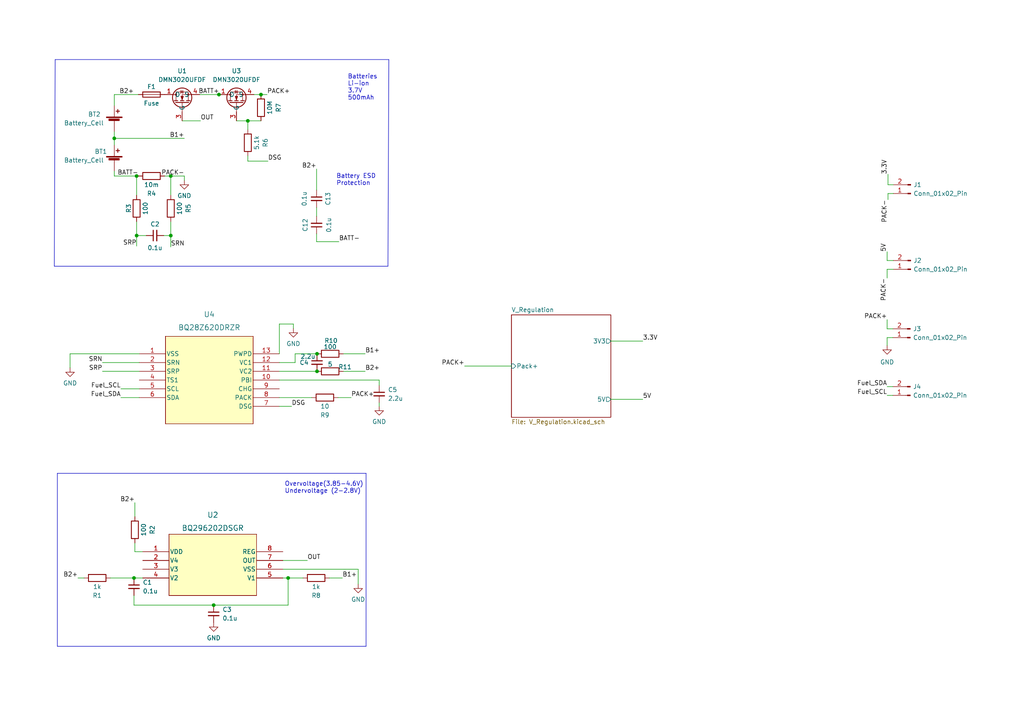
<source format=kicad_sch>
(kicad_sch (version 20230121) (generator eeschema)
  (paper "A4")
  (lib_symbols
    (symbol "Connector:Conn_01x02_Pin" (pin_names (offset 1.016) hide)
      (property "Reference" "J" (at 0 2.54 0))
      (property "Value" "Conn_01x02_Pin" (at 0 -5.08 0))
      (symbol "Conn_01x02_Pin_1_1"
        (polyline (pts (xy 1.27 -2.54) (xy 0.8636 -2.54)) (stroke (width 0.1524)))
        (polyline (pts (xy 1.27 0) (xy 0.8636 0)) (stroke (width 0.1524)))
        (rectangle (start 0.8636 -2.413) (end 0 -2.667) (stroke (width 0.1524)) (fill (type outline)))
        (rectangle (start 0.8636 0.127) (end 0 -0.127) (stroke (width 0.1524)) (fill (type outline)))
        (pin passive line (at 5.08 0 180) (length 3.81) (name "Pin_1") (number "1"))
        (pin passive line (at 5.08 -2.54 180) (length 3.81) (name "Pin_2") (number "2"))
      )
    )
    (symbol "Device:Battery_Cell" (pin_numbers hide) (pin_names (offset 0) hide)
      (property "Reference" "BT" (at 2.54 2.54 0))
      (property "Value" "Battery_Cell" (at 2.54 0 0))
      (symbol "Battery_Cell_0_1"
        (rectangle (start -2.286 1.778) (end 2.286 1.524) (fill (type outline)))
        (rectangle (start -1.5748 1.1938) (end 1.4732 0.6858) (fill (type outline)))
        (polyline (pts (xy 0 0.762) (xy 0 0)))
        (polyline (pts (xy 0 1.778) (xy 0 2.54)))
        (polyline (pts (xy 0.508 3.429) (xy 1.524 3.429)) (stroke (width 0.254)))
        (polyline (pts (xy 1.016 3.937) (xy 1.016 2.921)) (stroke (width 0.254)))
      )
      (symbol "Battery_Cell_1_1"
        (pin passive line (at 0 5.08 270) (length 2.54) (name "+") (number "1"))
        (pin passive line (at 0 -2.54 90) (length 2.54) (name "-") (number "2"))
      )
    )
    (symbol "Device:C_Small" (pin_numbers hide) (pin_names (offset 0.254) hide)
      (property "Reference" "C" (at 0.254 1.778 0))
      (property "Value" "C_Small" (at 0.254 -2.032 0))
      (symbol "C_Small_0_1"
        (polyline (pts (xy -1.524 -0.508) (xy 1.524 -0.508)) (stroke (width 0.3302)))
        (polyline (pts (xy -1.524 0.508) (xy 1.524 0.508)) (stroke (width 0.3048)))
      )
      (symbol "C_Small_1_1"
        (pin passive line (at 0 2.54 270) (length 2.032) (name "~") (number "1"))
        (pin passive line (at 0 -2.54 90) (length 2.032) (name "~") (number "2"))
      )
    )
    (symbol "Device:Fuse" (pin_numbers hide) (pin_names (offset 0))
      (property "Reference" "F" (at 2.032 0 90))
      (property "Value" "Fuse" (at -1.905 0 90))
      (symbol "Fuse_0_1"
        (rectangle (start -0.762 -2.54) (end 0.762 2.54) (stroke (width 0.254)))
        (polyline (pts (xy 0 2.54) (xy 0 -2.54)))
      )
      (symbol "Fuse_1_1"
        (pin passive line (at 0 3.81 270) (length 1.27) (name "~") (number "1"))
        (pin passive line (at 0 -3.81 90) (length 1.27) (name "~") (number "2"))
      )
    )
    (symbol "Device:R" (pin_numbers hide) (pin_names (offset 0))
      (property "Reference" "R" (at 2.032 0 90))
      (property "Value" "R" (at 0 0 90))
      (symbol "R_0_1"
        (rectangle (start -1.016 -2.54) (end 1.016 2.54) (stroke (width 0.254)))
      )
      (symbol "R_1_1"
        (pin passive line (at 0 3.81 270) (length 1.27) (name "~") (number "1"))
        (pin passive line (at 0 -3.81 90) (length 1.27) (name "~") (number "2"))
      )
    )
    (symbol "PPJA138K_1"
      (property "Reference" "U" (at 0 12.7 0))
      (property "Value" "PPJA138K" (at 0 15.24 0))
      (symbol "PPJA138K_1_0_1"
        (polyline (pts (xy -1.27 0) (xy -4.064 0)))
        (polyline (pts (xy -1.27 1.905) (xy -1.27 -1.905)) (stroke (width 0.254)))
        (polyline (pts (xy -0.762 -1.27) (xy -0.762 -2.286)) (stroke (width 0.254)))
        (polyline (pts (xy -0.762 0.508) (xy -0.762 -0.508)) (stroke (width 0.254)))
        (polyline (pts (xy -0.762 2.286) (xy -0.762 1.27)) (stroke (width 0.254)))
        (polyline (pts (xy 1.016 2.54) (xy 1.016 1.778)))
        (polyline (pts (xy 1.016 -2.54) (xy 1.016 0) (xy -0.762 0)))
        (polyline (pts (xy -0.762 -1.778) (xy 1.778 -1.778) (xy 1.778 1.778) (xy -0.762 1.778)))
        (polyline (pts (xy -0.508 0) (xy 0.508 0.381) (xy 0.508 -0.381) (xy -0.508 0)) (fill (type outline)))
        (polyline (pts (xy 1.27 0.508) (xy 1.397 0.381) (xy 2.159 0.381) (xy 2.286 0.254)))
        (polyline (pts (xy 1.778 0.381) (xy 1.397 -0.254) (xy 2.159 -0.254) (xy 1.778 0.381)))
        (circle (center 0.127 0) (radius 2.794) (stroke (width 0.254)))
        (circle (center 1.016 -1.778) (radius 0.254) (fill (type outline)))
        (circle (center 1.016 1.778) (radius 0.254) (fill (type outline)))
      )
      (symbol "PPJA138K_1_1_1"
        (pin passive line (at 1.016 5.08 270) (length 2.54) (name "D") (number "1"))
        (pin input line (at -6.604 0 0) (length 2.54) (name "G") (number "3"))
        (pin passive line (at 1.016 -5.08 90) (length 2.54) (name "S") (number "4"))
      )
    )
    (symbol "SmallSat-Peripherals-Board:BQ28Z620DRZR" (pin_names (offset 0.254))
      (property "Reference" "U" (at 20.32 10.16 0))
      (property "Value" "BQ28Z620DRZR" (at 20.32 7.62 0))
      (symbol "BQ28Z620DRZR_0_1"
        (polyline (pts (xy 7.62 5.08) (xy 7.62 -20.32)) (stroke (width 0.127)))
        (polyline (pts (xy 33.02 -20.32) (xy 33.02 5.08)) (stroke (width 0.127)))
        (polyline (pts (xy 33.02 5.08) (xy 7.62 5.08)) (stroke (width 0.127)))
        (pin power_in line (at 0 0 0) (length 7.62) (name "VSS") (number "1"))
        (pin power_in line (at 40.64 -7.62 180) (length 7.62) (name "PBI") (number "10"))
        (pin input line (at 40.64 -5.08 180) (length 7.62) (name "VC2") (number "11"))
        (pin input line (at 40.64 -2.54 180) (length 7.62) (name "VC1") (number "12"))
        (pin power_out line (at 40.64 0 180) (length 7.62) (name "PWPD") (number "13"))
        (pin input line (at 0 -2.54 0) (length 7.62) (name "SRN") (number "2"))
        (pin input line (at 0 -5.08 0) (length 7.62) (name "SRP") (number "3"))
        (pin input line (at 0 -7.62 0) (length 7.62) (name "TS1") (number "4"))
        (pin bidirectional line (at 0 -10.16 0) (length 7.62) (name "SCL") (number "5"))
        (pin bidirectional line (at 0 -12.7 0) (length 7.62) (name "SDA") (number "6"))
        (pin output line (at 40.64 -15.24 180) (length 7.62) (name "DSG") (number "7"))
        (pin input line (at 40.64 -12.7 180) (length 7.62) (name "PACK") (number "8"))
        (pin output line (at 40.64 -10.16 180) (length 7.62) (name "CHG") (number "9"))
      )
      (symbol "BQ28Z620DRZR_1_1"
        (rectangle (start 7.62 5.08) (end 33.02 -20.32) (fill (type background)))
      )
    )
    (symbol "SmallSat-Peripherals-Board:BQ296202DSGR" (pin_names (offset 0.254))
      (property "Reference" "U" (at -1.524 13.208 0))
      (property "Value" "BQ296202DSGR" (at -1.524 10.668 0))
      (symbol "BQ296202DSGR_0_1"
        (polyline (pts (xy -14.224 -9.652) (xy 11.176 -9.652)) (stroke (width 0.127)))
        (polyline (pts (xy -14.224 8.128) (xy -14.224 -9.652)) (stroke (width 0.127)))
        (polyline (pts (xy 11.176 8.128) (xy -14.224 8.128)) (stroke (width 0.127)))
        (pin power_in line (at -21.844 3.048 0) (length 7.62) (name "VDD") (number "1"))
        (pin input line (at -21.844 0.508 0) (length 7.62) (name "V4") (number "2"))
        (pin input line (at -21.844 -2.032 0) (length 7.62) (name "V3") (number "3"))
        (pin input line (at -21.844 -4.572 0) (length 7.62) (name "V2") (number "4"))
        (pin input line (at 18.796 -4.572 180) (length 7.62) (name "V1") (number "5"))
        (pin power_in line (at 18.796 -2.032 180) (length 7.62) (name "VSS") (number "6"))
        (pin output line (at 18.796 0.508 180) (length 7.62) (name "OUT") (number "7"))
        (pin output line (at 18.796 3.048 180) (length 7.62) (name "REG") (number "8"))
      )
      (symbol "BQ296202DSGR_1_1"
        (rectangle (start -14.224 8.128) (end 11.176 -9.652) (fill (type background)))
      )
    )
    (symbol "SmallSat-Peripherals-Board:PPJA138K"
      (property "Reference" "U" (at 0 12.7 0))
      (property "Value" "PPJA138K" (at 0 15.24 0))
      (symbol "PPJA138K_0_1"
        (polyline (pts (xy -1.27 0) (xy -4.064 0)))
        (polyline (pts (xy -1.27 1.905) (xy -1.27 -1.905)) (stroke (width 0.254)))
        (polyline (pts (xy -0.762 -1.27) (xy -0.762 -2.286)) (stroke (width 0.254)))
        (polyline (pts (xy -0.762 0.508) (xy -0.762 -0.508)) (stroke (width 0.254)))
        (polyline (pts (xy -0.762 2.286) (xy -0.762 1.27)) (stroke (width 0.254)))
        (polyline (pts (xy 1.016 2.54) (xy 1.016 1.778)))
        (polyline (pts (xy 1.016 -2.54) (xy 1.016 0) (xy -0.762 0)))
        (polyline (pts (xy -0.762 -1.778) (xy 1.778 -1.778) (xy 1.778 1.778) (xy -0.762 1.778)))
        (polyline (pts (xy -0.508 0) (xy 0.508 0.381) (xy 0.508 -0.381) (xy -0.508 0)) (fill (type outline)))
        (polyline (pts (xy 1.27 0.508) (xy 1.397 0.381) (xy 2.159 0.381) (xy 2.286 0.254)))
        (polyline (pts (xy 1.778 0.381) (xy 1.397 -0.254) (xy 2.159 -0.254) (xy 1.778 0.381)))
        (circle (center 0.127 0) (radius 2.794) (stroke (width 0.254)))
        (circle (center 1.016 -1.778) (radius 0.254) (fill (type outline)))
        (circle (center 1.016 1.778) (radius 0.254) (fill (type outline)))
      )
      (symbol "PPJA138K_1_1"
        (pin passive line (at 1.016 5.08 270) (length 2.54) (name "D") (number "1"))
        (pin input line (at -6.604 0 0) (length 2.54) (name "G") (number "3"))
        (pin passive line (at 1.016 -5.08 90) (length 2.54) (name "S") (number "4"))
      )
    )
    (symbol "power:GND" (power) (pin_names (offset 0))
      (property "Value" "GND" (at 0 -3.81 0))
      (symbol "GND_0_1"
        (polyline (pts (xy 0 0) (xy 0 -1.27) (xy 1.27 -1.27) (xy 0 -2.54) (xy -1.27 -1.27) (xy 0 -1.27)))
      )
      (symbol "GND_1_1"
        (pin power_in line (at 0 0 270) (length 0) hide (name "GND") (number "1"))
      )
    )
  )
  (junction (at 63.5 27.432))
  (junction (at 83.566 167.64))
  (junction (at 91.948 102.616))
  (junction (at 39.624 51.054))
  (junction (at 71.882 35.052))
  (junction (at 39.624 68.326))
  (junction (at 75.692 27.432))
  (junction (at 61.976 175.514))
  (junction (at 91.948 107.696))
  (junction (at 49.53 68.326))
  (junction (at 33.147 40.132))
  (junction (at 49.53 51.054))
  (junction (at 38.862 167.64))
  (wire (pts (xy 75.692 27.432) (xy 77.47 27.432)))
  (wire (pts (xy 20.32 102.616) (xy 20.32 106.68)))
  (wire (pts (xy 91.821 49.022) (xy 91.821 55.118)))
  (wire (pts (xy 259.08 75.565) (xy 257.302 75.565)))
  (wire (pts (xy 35.052 112.776) (xy 40.386 112.776)))
  (wire (pts (xy 81.026 117.856) (xy 84.582 117.856)))
  (wire (pts (xy 81.026 115.316) (xy 90.424 115.316)))
  (wire (pts (xy 258.953 95.377) (xy 257.302 95.377)))
  (wire (pts (xy 39.624 68.326) (xy 42.418 68.326)))
  (wire (pts (xy 257.302 78.105) (xy 257.302 80.645)))
  (polyline (pts (xy 16.637 187.452) (xy 16.637 137.287)))
  (wire (pts (xy 81.026 105.156) (xy 85.598 105.156)))
  (polyline (pts (xy 112.522 77.216) (xy 15.748 77.216)))
  (wire (pts (xy 85.598 102.616) (xy 91.948 102.616)))
  (wire (pts (xy 81.026 93.98) (xy 85.09 93.98)))
  (wire (pts (xy 258.953 112.141) (xy 257.302 112.141)))
  (wire (pts (xy 82.042 165.1) (xy 103.886 165.1)))
  (polyline (pts (xy 106.172 187.452) (xy 16.637 187.452)))
  (wire (pts (xy 258.953 114.681) (xy 257.302 114.681)))
  (wire (pts (xy 33.147 38.227) (xy 33.147 40.132)))
  (wire (pts (xy 81.026 107.696) (xy 91.948 107.696)))
  (wire (pts (xy 95.504 167.64) (xy 99.314 167.64)))
  (wire (pts (xy 53.467 51.054) (xy 53.467 52.324)))
  (wire (pts (xy 33.147 27.432) (xy 40.132 27.432)))
  (wire (pts (xy 41.402 160.02) (xy 39.116 160.02)))
  (wire (pts (xy 39.624 51.054) (xy 39.624 56.642)))
  (wire (pts (xy 40.386 102.616) (xy 20.32 102.616)))
  (wire (pts (xy 91.821 67.818) (xy 91.821 70.104)))
  (wire (pts (xy 38.862 172.72) (xy 38.862 175.514)))
  (wire (pts (xy 33.147 49.657) (xy 33.147 51.054)))
  (wire (pts (xy 83.566 167.64) (xy 87.884 167.64)))
  (wire (pts (xy 29.718 105.156) (xy 40.386 105.156)))
  (wire (pts (xy 49.53 68.326) (xy 49.53 64.262)))
  (wire (pts (xy 40.386 107.696) (xy 29.718 107.696)))
  (wire (pts (xy 49.53 51.054) (xy 53.467 51.054)))
  (wire (pts (xy 61.976 175.514) (xy 83.566 175.514)))
  (wire (pts (xy 71.882 46.736) (xy 77.724 46.736)))
  (wire (pts (xy 39.624 64.262) (xy 39.624 68.326)))
  (polyline (pts (xy 112.776 17.272) (xy 112.522 77.216)))
  (wire (pts (xy 49.53 51.054) (xy 49.53 56.642)))
  (wire (pts (xy 35.052 115.316) (xy 40.386 115.316)))
  (wire (pts (xy 109.982 110.236) (xy 109.982 111.76)))
  (wire (pts (xy 39.116 160.02) (xy 39.116 157.48)))
  (wire (pts (xy 83.566 167.64) (xy 83.566 175.514)))
  (wire (pts (xy 257.302 97.917) (xy 257.302 100.203)))
  (polyline (pts (xy 16.002 17.272) (xy 112.776 17.272)))
  (wire (pts (xy 85.09 93.98) (xy 85.09 95.25)))
  (wire (pts (xy 73.66 27.432) (xy 75.692 27.432)))
  (wire (pts (xy 134.747 106.172) (xy 148.336 106.172)))
  (wire (pts (xy 103.886 165.1) (xy 103.886 169.418)))
  (wire (pts (xy 82.042 162.56) (xy 89.154 162.56)))
  (polyline (pts (xy 106.172 137.287) (xy 106.172 187.452)))
  (wire (pts (xy 109.982 116.84) (xy 109.982 117.856)))
  (wire (pts (xy 81.026 110.236) (xy 109.982 110.236)))
  (wire (pts (xy 82.042 167.64) (xy 83.566 167.64)))
  (wire (pts (xy 259.08 56.134) (xy 257.556 56.134)))
  (wire (pts (xy 259.08 78.105) (xy 257.302 78.105)))
  (wire (pts (xy 39.116 145.796) (xy 39.116 149.86)))
  (wire (pts (xy 33.147 40.132) (xy 53.467 40.132)))
  (polyline (pts (xy 16.637 137.287) (xy 106.172 137.287)))
  (wire (pts (xy 81.026 102.616) (xy 81.026 93.98)))
  (wire (pts (xy 63.5 27.432) (xy 63.627 27.432)))
  (wire (pts (xy 52.832 35.052) (xy 58.166 35.052)))
  (wire (pts (xy 32.004 167.64) (xy 38.862 167.64)))
  (wire (pts (xy 98.044 115.316) (xy 101.854 115.316)))
  (wire (pts (xy 85.598 105.156) (xy 85.598 102.616)))
  (wire (pts (xy 258.953 97.917) (xy 257.302 97.917)))
  (wire (pts (xy 38.862 175.514) (xy 61.976 175.514)))
  (wire (pts (xy 47.752 51.054) (xy 49.53 51.054)))
  (wire (pts (xy 38.862 167.64) (xy 41.402 167.64)))
  (polyline (pts (xy 16.002 17.272) (xy 15.748 77.216)))
  (wire (pts (xy 257.302 95.377) (xy 257.302 92.71)))
  (wire (pts (xy 257.302 75.565) (xy 257.302 73.025)))
  (wire (pts (xy 91.821 60.198) (xy 91.821 62.738)))
  (wire (pts (xy 177.165 115.824) (xy 186.436 115.824)))
  (wire (pts (xy 49.53 68.326) (xy 49.53 71.628)))
  (wire (pts (xy 68.58 35.052) (xy 71.882 35.052)))
  (wire (pts (xy 39.624 51.054) (xy 40.132 51.054)))
  (wire (pts (xy 33.147 51.054) (xy 39.624 51.054)))
  (wire (pts (xy 91.821 70.104) (xy 98.298 70.104)))
  (wire (pts (xy 71.882 45.212) (xy 71.882 46.736)))
  (wire (pts (xy 257.556 56.134) (xy 257.556 57.912)))
  (wire (pts (xy 99.568 107.696) (xy 105.918 107.696)))
  (wire (pts (xy 33.147 40.132) (xy 33.147 42.037)))
  (wire (pts (xy 71.882 35.052) (xy 71.882 37.592)))
  (wire (pts (xy 39.624 68.326) (xy 39.624 71.374)))
  (wire (pts (xy 99.568 102.616) (xy 105.918 102.616)))
  (wire (pts (xy 257.556 50.546) (xy 257.556 53.594)))
  (wire (pts (xy 71.882 35.052) (xy 75.692 35.052)))
  (wire (pts (xy 257.556 53.594) (xy 259.08 53.594)))
  (wire (pts (xy 57.912 27.432) (xy 63.5 27.432)))
  (wire (pts (xy 33.147 30.607) (xy 33.147 27.432)))
  (wire (pts (xy 22.606 167.64) (xy 24.384 167.64)))
  (wire (pts (xy 177.165 98.933) (xy 186.436 98.933)))
  (wire (pts (xy 47.498 68.326) (xy 49.53 68.326)))
  (text "Battery ESD\nProtection" (at 97.536 53.975 0) (effects (font (size 1.27 1.27)) (justify left bottom)))
  (text "Batteries\nLi-ion\n3.7V\n500mAh" (at 100.838 29.21 0) (effects (font (size 1.27 1.27)) (justify left bottom)))
  (text "Overvoltage(3.85-4.6V)\nUndervoltage (2-2.8V)" (at 82.55 143.256 0) (effects (font (size 1.27 1.27)) (justify left bottom)))
  (label "SRP" (at 29.718 107.696 180))
  (label "PACK+" (at 134.747 106.172 180))
  (label "SRP" (at 39.624 71.374 180))
  (label "Fuel_SCL" (at 35.052 112.776 180))
  (label "B1+" (at 99.314 167.64 0))
  (label "DSG" (at 84.582 117.856 0))
  (label "SRN" (at 49.53 71.628 0))
  (label "Fuel_SDA" (at 257.302 112.141 180))
  (label "PACK+" (at 257.302 92.71 180))
  (label "B1+" (at 53.467 40.132 180))
  (label "PACK+" (at 101.854 115.316 0))
  (label "B2+" (at 91.821 49.022 180))
  (label "B2+" (at 38.862 27.432 180))
  (label "Fuel_SCL" (at 257.302 114.681 180))
  (label "B2+" (at 39.116 145.796 180))
  (label "DSG" (at 77.724 46.736 0))
  (label "B1+" (at 105.918 102.616 0))
  (label "PACK-" (at 257.302 80.645 270))
  (label "OUT" (at 58.166 35.052 0))
  (label "BATT-" (at 98.298 70.104 0))
  (label "BATT+" (at 63.627 27.432 180))
  (label "B2+" (at 22.606 167.64 180))
  (label "PACK+" (at 77.47 27.432 0))
  (label "3.3V" (at 257.556 50.546 90))
  (label "PACK-" (at 257.556 57.912 270))
  (label "5V" (at 257.302 73.025 90))
  (label "3.3V" (at 186.436 98.933 0))
  (label "BATT-" (at 40.132 51.054 180))
  (label "PACK-" (at 53.467 51.054 180))
  (label "OUT" (at 89.154 162.56 0))
  (label "Fuel_SDA" (at 35.052 115.316 180))
  (label "5V" (at 186.436 115.824 0))
  (label "B2+" (at 105.918 107.696 0))
  (label "SRN" (at 29.718 105.156 180))
  (symbol (lib_id "Device:R") (at 39.624 60.452 180) (unit 1)
    (property "Reference" "R3" (at 37.338 60.452 90))
    (property "Value" "100" (at 42.164 60.452 90))
    (property "Footprint" "Resistor_SMD:R_1206_3216Metric" (effects hide))
  )
  (symbol (lib_id "Device:C_Small") (at 91.821 57.658 0) (unit 1)
    (property "Reference" "C13" (at 95.123 57.658 90))
    (property "Value" "0.1u" (at 88.265 57.658 90))
    (property "Footprint" "Capacitor_SMD:C_1206_3216Metric" (effects hide))
  )
  (symbol (lib_id "Device:R") (at 28.194 167.64 90) (unit 1)
    (property "Reference" "R1" (at 28.194 172.72 90))
    (property "Value" "1k" (at 28.194 170.18 90))
    (property "Footprint" "Resistor_SMD:R_1206_3216Metric" (effects hide))
  )
  (symbol (lib_id "Device:C_Small") (at 44.958 68.326 90) (unit 1)
    (property "Reference" "C2" (at 44.958 65.024 90))
    (property "Value" "0.1u" (at 44.958 71.882 90))
    (property "Footprint" "Capacitor_SMD:C_1206_3216Metric" (effects hide))
  )
  (symbol (lib_id "Device:R") (at 95.758 107.696 90) (unit 1)
    (property "Reference" "R11" (at 100.076 106.426 90))
    (property "Value" "5" (at 95.758 105.664 90))
    (property "Footprint" "Resistor_SMD:R_1206_3216Metric" (effects hide))
  )
  (symbol (lib_id "Device:Fuse") (at 43.942 27.432 90) (unit 1)
    (property "Reference" "F1" (at 43.942 25.146 90))
    (property "Value" "Fuse" (at 43.942 29.972 90))
    (property "Footprint" "Fuse:Fuse_1206_3216Metric" (effects hide))
  )
  (symbol (lib_id "Device:R") (at 91.694 167.64 90) (unit 1)
    (property "Reference" "R8" (at 91.694 172.72 90))
    (property "Value" "1k" (at 91.694 170.18 90))
    (property "Footprint" "Resistor_SMD:R_1206_3216Metric" (effects hide))
  )
  (symbol (lib_id "power:GND") (at 61.976 180.594 0) (unit 1)
    (property "Reference" "#PWR02" (effects hide))
    (property "Value" "GND" (at 61.976 185.039 0))
  )
  (symbol (lib_id "power:GND") (at 257.302 100.203 0) (unit 1)
    (property "Reference" "#PWR019" (effects hide))
    (property "Value" "GND" (at 257.302 105.029 0))
  )
  (symbol (lib_id "power:GND") (at 20.32 106.68 0) (unit 1)
    (property "Reference" "#PWR03" (effects hide))
    (property "Value" "GND" (at 20.32 111.125 0))
  )
  (symbol (lib_id "Device:R") (at 49.53 60.452 180) (unit 1)
    (property "Reference" "R5" (at 54.61 60.452 90))
    (property "Value" "100" (at 52.07 60.452 90))
    (property "Footprint" "Resistor_SMD:R_1206_3216Metric" (effects hide))
  )
  (symbol (lib_name "PPJA138K_1") (lib_id "SmallSat-Peripherals-Board:PPJA138K") (at 52.832 28.448 90) (unit 1)
    (property "Reference" "U1" (at 52.832 20.574 90))
    (property "Value" "DMN3020UFDF" (at 52.832 23.114 90))
    (property "Footprint" "Package_DFN_QFN:DFN-6-1EP_2x2mm_P0.5mm_EP0.6x1.37mm" (effects hide))
    (property "Datasheet" "https://www.diodes.com/assets/Datasheets/DMN3020UFDF.pdf" (effects hide))
  )
  (symbol (lib_id "Device:R") (at 94.234 115.316 90) (unit 1)
    (property "Reference" "R9" (at 94.234 120.396 90))
    (property "Value" "10" (at 94.234 117.856 90))
    (property "Footprint" "Resistor_SMD:R_1206_3216Metric" (effects hide))
  )
  (symbol (lib_id "SmallSat-Peripherals-Board:BQ28Z620DRZR") (at 40.386 102.616 0) (unit 1)
    (property "Reference" "U4" (at 60.706 91.186 0) (effects (font (size 1.524 1.524))))
    (property "Value" "BQ28Z620DRZR" (at 60.706 94.996 0) (effects (font (size 1.524 1.524))))
    (property "Footprint" "PowerBoardLibrary:VSON12_DRZ_TEX" (effects hide))
    (property "Datasheet" "https://www.ti.com/lit/ds/symlink/bq28z620.pdf?ts=1707609817811" (effects hide))
  )
  (symbol (lib_id "Device:R") (at 71.882 41.402 180) (unit 1)
    (property "Reference" "R6" (at 76.962 41.402 90))
    (property "Value" "5.1k" (at 74.422 41.402 90))
    (property "Footprint" "Resistor_SMD:R_1206_3216Metric" (effects hide))
  )
  (symbol (lib_id "SmallSat-Peripherals-Board:PPJA138K") (at 68.58 28.448 90) (unit 1)
    (property "Reference" "U3" (at 68.58 20.574 90))
    (property "Value" "DMN3020UFDF" (at 68.58 23.114 90))
    (property "Footprint" "Package_DFN_QFN:DFN-6-1EP_2x2mm_P0.5mm_EP0.6x1.37mm" (effects hide))
    (property "Datasheet" "https://www.diodes.com/assets/Datasheets/DMN3020UFDF.pdf" (effects hide))
  )
  (symbol (lib_id "Device:R") (at 39.116 153.67 180) (unit 1)
    (property "Reference" "R2" (at 44.196 153.67 90))
    (property "Value" "100" (at 41.656 153.67 90))
    (property "Footprint" "Resistor_SMD:R_1206_3216Metric" (effects hide))
  )
  (symbol (lib_id "Connector:Conn_01x02_Pin") (at 264.16 56.134 180) (unit 1)
    (property "Reference" "J1" (at 264.922 53.594 0) (effects (justify right)))
    (property "Value" "Conn_01x02_Pin" (at 264.922 56.134 0) (effects (justify right)))
    (property "Footprint" "Connector_PinSocket_1.00mm:PinSocket_1x02_P1.00mm_Vertical" (effects hide))
  )
  (symbol (lib_id "Device:C_Small") (at 38.862 170.18 0) (unit 1)
    (property "Reference" "C1" (at 41.402 168.9162 0) (effects (justify left)))
    (property "Value" "0.1u" (at 41.402 171.4562 0) (effects (justify left)))
    (property "Footprint" "Capacitor_SMD:C_1206_3216Metric" (effects hide))
  )
  (symbol (lib_id "SmallSat-Peripherals-Board:BQ296202DSGR") (at 63.246 163.068 0) (unit 1)
    (property "Reference" "U2" (at 61.722 149.352 0) (effects (font (size 1.524 1.524))))
    (property "Value" "BQ296202DSGR" (at 61.722 153.162 0) (effects (font (size 1.524 1.524))))
    (property "Footprint" "PowerBoardLibrary:DSG8_TEX" (effects hide))
    (property "Datasheet" "https://www.ti.com/lit/ds/symlink/bq2962.pdf?ts=1707650538218&ref_url=https%253A%252F%252Fwww.mouser.de%252F" (effects hide))
  )
  (symbol (lib_id "Device:C_Small") (at 61.976 178.054 0) (unit 1)
    (property "Reference" "C3" (at 64.516 176.7902 0) (effects (justify left)))
    (property "Value" "0.1u" (at 64.516 179.3302 0) (effects (justify left)))
    (property "Footprint" "Capacitor_SMD:C_1206_3216Metric" (effects hide))
  )
  (symbol (lib_id "Device:C_Small") (at 109.982 114.3 0) (unit 1)
    (property "Reference" "C5" (at 112.522 113.0362 0) (effects (justify left)))
    (property "Value" "2.2u" (at 112.522 115.5762 0) (effects (justify left)))
    (property "Footprint" "Capacitor_SMD:C_1206_3216Metric" (effects hide))
  )
  (symbol (lib_id "Connector:Conn_01x02_Pin") (at 264.033 114.681 180) (unit 1)
    (property "Reference" "J4" (at 264.795 112.141 0) (effects (justify right)))
    (property "Value" "Conn_01x02_Pin" (at 264.795 114.681 0) (effects (justify right)))
    (property "Footprint" "Connector_PinSocket_1.00mm:PinSocket_1x02_P1.00mm_Vertical" (effects hide))
  )
  (symbol (lib_id "power:GND") (at 85.09 95.25 0) (unit 1)
    (property "Reference" "#PWR05" (effects hide))
    (property "Value" "GND" (at 85.09 99.695 0))
  )
  (symbol (lib_id "power:GND") (at 53.467 52.324 0) (unit 1)
    (property "Reference" "#PWR01" (effects hide))
    (property "Value" "GND" (at 53.467 56.769 0))
  )
  (symbol (lib_id "Device:R") (at 43.942 51.054 90) (unit 1)
    (property "Reference" "R4" (at 43.942 56.134 90))
    (property "Value" "10m" (at 43.942 53.594 90))
    (property "Footprint" "Resistor_SMD:R_1206_3216Metric" (effects hide))
  )
  (symbol (lib_id "power:GND") (at 103.886 169.418 0) (unit 1)
    (property "Reference" "#PWR04" (effects hide))
    (property "Value" "GND" (at 103.886 173.863 0))
  )
  (symbol (lib_id "Connector:Conn_01x02_Pin") (at 264.16 78.105 180) (unit 1)
    (property "Reference" "J2" (at 264.922 75.565 0) (effects (justify right)))
    (property "Value" "Conn_01x02_Pin" (at 264.922 78.105 0) (effects (justify right)))
    (property "Footprint" "Connector_PinSocket_1.00mm:PinSocket_1x02_P1.00mm_Vertical" (effects hide))
  )
  (symbol (lib_id "Device:C_Small") (at 91.948 105.156 0) (unit 1)
    (property "Reference" "C4" (at 86.868 105.156 0) (effects (justify left)))
    (property "Value" "2.2u" (at 87.122 103.378 0) (effects (justify left)))
    (property "Footprint" "Capacitor_SMD:C_1206_3216Metric" (effects hide))
  )
  (symbol (lib_id "Device:R") (at 75.692 31.242 180) (unit 1)
    (property "Reference" "R7" (at 80.772 31.242 90))
    (property "Value" "10M" (at 78.232 31.242 90))
    (property "Footprint" "Resistor_SMD:R_1206_3216Metric" (effects hide))
  )
  (symbol (lib_id "Device:R") (at 95.758 102.616 90) (unit 1)
    (property "Reference" "R10" (at 96.012 98.806 90))
    (property "Value" "100" (at 95.758 100.584 90))
    (property "Footprint" "Resistor_SMD:R_1206_3216Metric" (effects hide))
  )
  (symbol (lib_id "Device:Battery_Cell") (at 33.147 35.687 0) (unit 1)
    (property "Reference" "BT2" (at 25.527 33.147 0) (effects (justify left)))
    (property "Value" "Battery_Cell" (at 18.542 35.687 0) (effects (justify left)))
    (property "Footprint" "Battery:BatteryHolder_Keystone_1042_1x18650" (effects hide))
  )
  (symbol (lib_id "power:GND") (at 109.982 117.856 0) (unit 1)
    (property "Reference" "#PWR06" (effects hide))
    (property "Value" "GND" (at 109.982 122.301 0))
  )
  (symbol (lib_id "Device:Battery_Cell") (at 33.147 47.117 0) (unit 1)
    (property "Reference" "BT1" (at 27.432 43.942 0) (effects (justify left)))
    (property "Value" "Battery_Cell" (at 18.542 46.482 0) (effects (justify left)))
    (property "Footprint" "Battery:BatteryHolder_Keystone_1042_1x18650" (effects hide))
  )
  (symbol (lib_id "Device:C_Small") (at 91.821 65.278 180) (unit 1)
    (property "Reference" "C12" (at 88.519 65.278 90))
    (property "Value" "0.1u" (at 95.377 65.278 90))
    (property "Footprint" "Capacitor_SMD:C_1206_3216Metric" (effects hide))
  )
  (symbol (lib_id "Connector:Conn_01x02_Pin") (at 264.033 97.917 180) (unit 1)
    (property "Reference" "J3" (at 264.795 95.377 0) (effects (justify right)))
    (property "Value" "Conn_01x02_Pin" (at 264.795 97.917 0) (effects (justify right)))
    (property "Footprint" "Connector_PinSocket_1.00mm:PinSocket_1x02_P1.00mm_Vertical" (effects hide))
  )
  (sheet (at 148.336 91.313) (size 28.829 29.718) (stroke (width 0.1524))
    (property "Sheetname" "V_Regulation" (at 148.336 90.6014 0) (effects (justify left bottom)))
    (property "Sheetfile" "V_Regulation.kicad_sch" (at 148.336 121.6156 0) (effects (justify left top)))
    (pin "Pack+" input (at 148.336 106.172 180))
    (pin "3V3" output (at 177.165 98.933 0))
    (pin "5V" output (at 177.165 115.824 0))
  )
)
</source>
